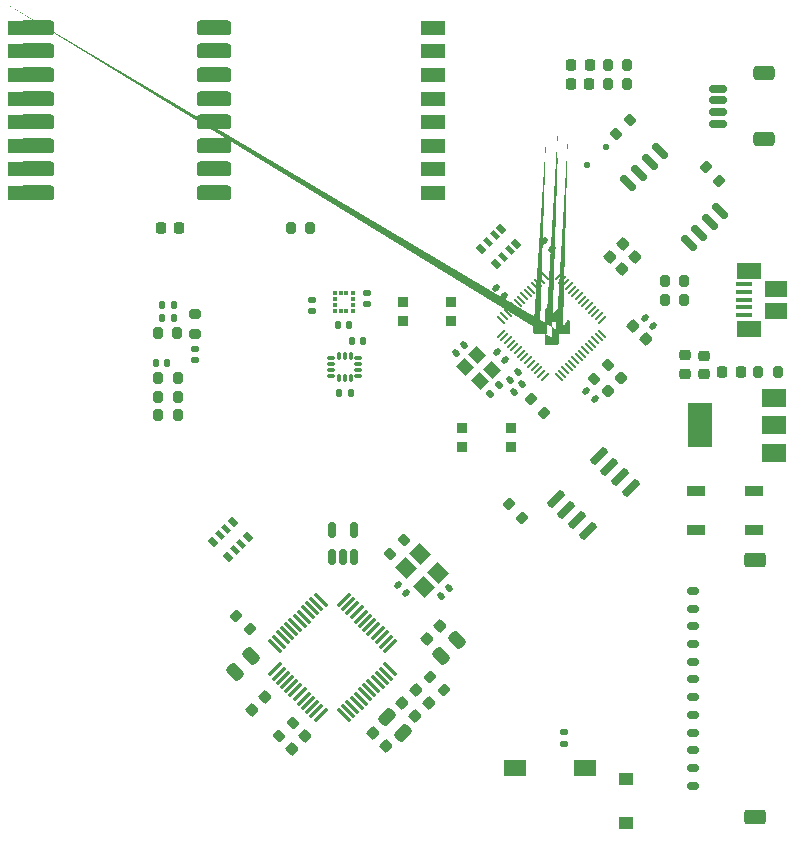
<source format=gbr>
%TF.GenerationSoftware,KiCad,Pcbnew,7.0.1*%
%TF.CreationDate,2023-07-16T00:33:22-07:00*%
%TF.ProjectId,flight_computer_dev_board_rfm98pw,666c6967-6874-45f6-936f-6d7075746572,rev?*%
%TF.SameCoordinates,Original*%
%TF.FileFunction,Paste,Top*%
%TF.FilePolarity,Positive*%
%FSLAX46Y46*%
G04 Gerber Fmt 4.6, Leading zero omitted, Abs format (unit mm)*
G04 Created by KiCad (PCBNEW 7.0.1) date 2023-07-16 00:33:22*
%MOMM*%
%LPD*%
G01*
G04 APERTURE LIST*
G04 Aperture macros list*
%AMRoundRect*
0 Rectangle with rounded corners*
0 $1 Rounding radius*
0 $2 $3 $4 $5 $6 $7 $8 $9 X,Y pos of 4 corners*
0 Add a 4 corners polygon primitive as box body*
4,1,4,$2,$3,$4,$5,$6,$7,$8,$9,$2,$3,0*
0 Add four circle primitives for the rounded corners*
1,1,$1+$1,$2,$3*
1,1,$1+$1,$4,$5*
1,1,$1+$1,$6,$7*
1,1,$1+$1,$8,$9*
0 Add four rect primitives between the rounded corners*
20,1,$1+$1,$2,$3,$4,$5,0*
20,1,$1+$1,$4,$5,$6,$7,0*
20,1,$1+$1,$6,$7,$8,$9,0*
20,1,$1+$1,$8,$9,$2,$3,0*%
%AMRotRect*
0 Rectangle, with rotation*
0 The origin of the aperture is its center*
0 $1 length*
0 $2 width*
0 $3 Rotation angle, in degrees counterclockwise*
0 Add horizontal line*
21,1,$1,$2,0,0,$3*%
%AMFreePoly0*
4,1,51,0.532219,0.614745,0.539696,0.609939,0.548496,0.608674,0.568109,0.591679,0.589937,0.577652,0.593629,0.569566,0.600348,0.563745,0.607658,0.538848,0.618438,0.515244,0.617172,0.506443,0.619677,0.497915,0.619677,-0.497915,0.614745,-0.532219,0.609939,-0.539696,0.608674,-0.548496,0.591679,-0.568109,0.577652,-0.589937,0.569566,-0.593629,0.563745,-0.600348,0.538848,-0.607658,
0.515244,-0.618438,0.506443,-0.617172,0.497915,-0.619677,-0.497915,-0.619677,-0.532219,-0.614745,-0.539696,-0.609939,-0.548496,-0.608674,-0.568109,-0.591679,-0.589937,-0.577652,-0.593629,-0.569566,-0.600348,-0.563745,-0.607658,-0.538848,-0.618438,-0.515244,-0.617172,-0.506443,-0.619677,-0.497915,-0.619677,0.397045,-0.616582,0.418565,-0.616895,0.422927,-0.615620,0.425261,-0.614745,0.431349,
-0.598456,0.456693,-0.584014,0.483144,-0.483144,0.584014,-0.465738,0.597042,-0.462875,0.600348,-0.460322,0.601097,-0.455399,0.604783,-0.425958,0.611187,-0.397045,0.619677,0.497915,0.619677,0.532219,0.614745,0.532219,0.614745,$1*%
%AMFreePoly1*
4,1,51,0.532219,0.614745,0.539696,0.609939,0.548496,0.608674,0.568109,0.591679,0.589937,0.577652,0.593629,0.569566,0.600348,0.563745,0.607658,0.538848,0.618438,0.515244,0.617172,0.506443,0.619677,0.497915,0.619677,-0.497915,0.614745,-0.532219,0.609939,-0.539696,0.608674,-0.548496,0.591679,-0.568109,0.577652,-0.589937,0.569566,-0.593629,0.563745,-0.600348,0.538848,-0.607658,
0.515244,-0.618438,0.506443,-0.617172,0.497915,-0.619677,-0.397045,-0.619677,-0.418563,-0.616583,-0.422927,-0.616895,-0.425261,-0.615620,-0.431349,-0.614745,-0.456693,-0.598456,-0.483144,-0.584014,-0.584014,-0.483144,-0.597044,-0.465737,-0.600348,-0.462875,-0.601097,-0.460323,-0.604783,-0.455400,-0.611187,-0.425956,-0.619677,-0.397045,-0.619677,0.497915,-0.614745,0.532219,-0.609939,0.539696,
-0.608674,0.548496,-0.591679,0.568109,-0.577652,0.589937,-0.569566,0.593629,-0.563745,0.600348,-0.538848,0.607658,-0.515244,0.618438,-0.506443,0.617172,-0.497915,0.619677,0.497915,0.619677,0.532219,0.614745,0.532219,0.614745,$1*%
%AMFreePoly2*
4,1,51,0.418565,0.616582,0.422927,0.616895,0.425261,0.615620,0.431349,0.614745,0.456693,0.598456,0.483144,0.584014,0.584014,0.483144,0.597042,0.465738,0.600348,0.462875,0.601097,0.460322,0.604783,0.455399,0.611187,0.425958,0.619677,0.397045,0.619677,-0.497915,0.614745,-0.532219,0.609939,-0.539696,0.608674,-0.548496,0.591679,-0.568109,0.577652,-0.589937,0.569566,-0.593629,
0.563745,-0.600348,0.538848,-0.607658,0.515244,-0.618438,0.506443,-0.617172,0.497915,-0.619677,-0.497915,-0.619677,-0.532219,-0.614745,-0.539696,-0.609939,-0.548496,-0.608674,-0.568109,-0.591679,-0.589937,-0.577652,-0.593629,-0.569566,-0.600348,-0.563745,-0.607658,-0.538848,-0.618438,-0.515244,-0.617172,-0.506443,-0.619677,-0.497915,-0.619677,0.497915,-0.614745,0.532219,-0.609939,0.539696,
-0.608674,0.548496,-0.591679,0.568109,-0.577652,0.589937,-0.569566,0.593629,-0.563745,0.600348,-0.538848,0.607658,-0.515244,0.618438,-0.506443,0.617172,-0.497915,0.619677,0.397045,0.619677,0.418565,0.616582,0.418565,0.616582,$1*%
%AMFreePoly3*
4,1,51,0.532219,0.614745,0.539696,0.609939,0.548496,0.608674,0.568109,0.591679,0.589937,0.577652,0.593629,0.569566,0.600348,0.563745,0.607658,0.538848,0.618438,0.515244,0.617172,0.506443,0.619677,0.497915,0.619677,-0.397045,0.616583,-0.418563,0.616895,-0.422927,0.615620,-0.425261,0.614745,-0.431349,0.598456,-0.456693,0.584014,-0.483144,0.483144,-0.584014,0.465737,-0.597044,
0.462875,-0.600348,0.460323,-0.601097,0.455400,-0.604783,0.425956,-0.611187,0.397045,-0.619677,-0.497915,-0.619677,-0.532219,-0.614745,-0.539696,-0.609939,-0.548496,-0.608674,-0.568109,-0.591679,-0.589937,-0.577652,-0.593629,-0.569566,-0.600348,-0.563745,-0.607658,-0.538848,-0.618438,-0.515244,-0.617172,-0.506443,-0.619677,-0.497915,-0.619677,0.497915,-0.614745,0.532219,-0.609939,0.539696,
-0.608674,0.548496,-0.591679,0.568109,-0.577652,0.589937,-0.569566,0.593629,-0.563745,0.600348,-0.538848,0.607658,-0.515244,0.618438,-0.506443,0.617172,-0.497915,0.619677,0.497915,0.619677,0.532219,0.614745,0.532219,0.614745,$1*%
G04 Aperture macros list end*
%ADD10RoundRect,0.218750X0.026517X-0.335876X0.335876X-0.026517X-0.026517X0.335876X-0.335876X0.026517X0*%
%ADD11RotRect,0.800000X0.500000X135.000000*%
%ADD12RotRect,0.800000X0.400000X135.000000*%
%ADD13RoundRect,0.140000X-0.021213X0.219203X-0.219203X0.021213X0.021213X-0.219203X0.219203X-0.021213X0*%
%ADD14RoundRect,0.225000X0.250000X-0.225000X0.250000X0.225000X-0.250000X0.225000X-0.250000X-0.225000X0*%
%ADD15RoundRect,0.200000X-0.200000X-0.275000X0.200000X-0.275000X0.200000X0.275000X-0.200000X0.275000X0*%
%ADD16RoundRect,0.140000X-0.140000X-0.170000X0.140000X-0.170000X0.140000X0.170000X-0.140000X0.170000X0*%
%ADD17RoundRect,0.135000X0.185000X-0.135000X0.185000X0.135000X-0.185000X0.135000X-0.185000X-0.135000X0*%
%ADD18RoundRect,0.225000X-0.250000X0.225000X-0.250000X-0.225000X0.250000X-0.225000X0.250000X0.225000X0*%
%ADD19RoundRect,0.200000X0.200000X0.275000X-0.200000X0.275000X-0.200000X-0.275000X0.200000X-0.275000X0*%
%ADD20R,2.000000X1.500000*%
%ADD21R,2.000000X3.800000*%
%ADD22RoundRect,0.250000X0.159099X-0.512652X0.512652X-0.159099X-0.159099X0.512652X-0.512652X0.159099X0*%
%ADD23RoundRect,0.140000X0.021213X-0.219203X0.219203X-0.021213X-0.021213X0.219203X-0.219203X0.021213X0*%
%ADD24RoundRect,0.250000X0.512652X0.159099X0.159099X0.512652X-0.512652X-0.159099X-0.159099X-0.512652X0*%
%ADD25RoundRect,0.218750X0.218750X0.256250X-0.218750X0.256250X-0.218750X-0.256250X0.218750X-0.256250X0*%
%ADD26RoundRect,0.200000X-0.335876X-0.053033X-0.053033X-0.335876X0.335876X0.053033X0.053033X0.335876X0*%
%ADD27RoundRect,0.218750X-0.218750X-0.256250X0.218750X-0.256250X0.218750X0.256250X-0.218750X0.256250X0*%
%ADD28RoundRect,0.225000X-0.017678X0.335876X-0.335876X0.017678X0.017678X-0.335876X0.335876X-0.017678X0*%
%ADD29R,0.900000X0.900000*%
%ADD30RoundRect,0.140000X-0.170000X0.140000X-0.170000X-0.140000X0.170000X-0.140000X0.170000X0.140000X0*%
%ADD31RoundRect,0.225000X0.017678X-0.335876X0.335876X-0.017678X-0.017678X0.335876X-0.335876X0.017678X0*%
%ADD32RotRect,1.400000X1.200000X315.000000*%
%ADD33RoundRect,0.135000X-0.035355X0.226274X-0.226274X0.035355X0.035355X-0.226274X0.226274X-0.035355X0*%
%ADD34RoundRect,0.225000X-0.335876X-0.017678X-0.017678X-0.335876X0.335876X0.017678X0.017678X0.335876X0*%
%ADD35RoundRect,0.200000X0.053033X-0.335876X0.335876X-0.053033X-0.053033X0.335876X-0.335876X0.053033X0*%
%ADD36RotRect,1.150000X1.000000X315.000000*%
%ADD37RoundRect,0.140000X0.219203X0.021213X0.021213X0.219203X-0.219203X-0.021213X-0.021213X-0.219203X0*%
%ADD38RoundRect,0.200000X0.335876X0.053033X0.053033X0.335876X-0.335876X-0.053033X-0.053033X-0.335876X0*%
%ADD39R,2.000000X1.300000*%
%ADD40RoundRect,0.200000X-0.275000X0.200000X-0.275000X-0.200000X0.275000X-0.200000X0.275000X0.200000X0*%
%ADD41RoundRect,0.150000X0.150000X-0.512500X0.150000X0.512500X-0.150000X0.512500X-0.150000X-0.512500X0*%
%ADD42RoundRect,0.125000X-0.125000X-0.125000X0.125000X-0.125000X0.125000X0.125000X-0.125000X0.125000X0*%
%ADD43RoundRect,0.087500X-0.225000X-0.087500X0.225000X-0.087500X0.225000X0.087500X-0.225000X0.087500X0*%
%ADD44RoundRect,0.087500X-0.087500X-0.225000X0.087500X-0.225000X0.087500X0.225000X-0.087500X0.225000X0*%
%ADD45RoundRect,0.150000X-0.565685X0.353553X0.353553X-0.565685X0.565685X-0.353553X-0.353553X0.565685X0*%
%ADD46RoundRect,0.140000X-0.219203X-0.021213X-0.021213X-0.219203X0.219203X0.021213X0.021213X0.219203X0*%
%ADD47R,1.500000X0.900000*%
%ADD48RoundRect,0.125000X0.000000X-0.176777X0.176777X0.000000X0.000000X0.176777X-0.176777X0.000000X0*%
%ADD49R,0.850000X1.100000*%
%ADD50R,0.750000X1.100000*%
%ADD51R,1.200000X1.000000*%
%ADD52R,1.550000X1.350000*%
%ADD53R,1.900000X1.350000*%
%ADD54R,1.170000X1.800000*%
%ADD55RoundRect,0.150000X0.625000X-0.150000X0.625000X0.150000X-0.625000X0.150000X-0.625000X-0.150000X0*%
%ADD56RoundRect,0.250000X0.650000X-0.350000X0.650000X0.350000X-0.650000X0.350000X-0.650000X-0.350000X0*%
%ADD57FreePoly0,315.000000*%
%ADD58FreePoly1,315.000000*%
%ADD59FreePoly2,315.000000*%
%ADD60FreePoly3,315.000000*%
%ADD61RoundRect,0.050000X-0.309359X0.238649X0.238649X-0.309359X0.309359X-0.238649X-0.238649X0.309359X0*%
%ADD62RoundRect,0.050000X-0.309359X-0.238649X-0.238649X-0.309359X0.309359X0.238649X0.238649X0.309359X0*%
%ADD63RoundRect,0.317500X1.157500X0.317500X-1.157500X0.317500X-1.157500X-0.317500X1.157500X-0.317500X0*%
%ADD64R,0.375000X0.350000*%
%ADD65R,0.350000X0.375000*%
%ADD66RoundRect,0.225000X0.225000X0.250000X-0.225000X0.250000X-0.225000X-0.250000X0.225000X-0.250000X0*%
%ADD67RoundRect,0.150000X0.350000X-0.150000X0.350000X0.150000X-0.350000X0.150000X-0.350000X-0.150000X0*%
%ADD68RoundRect,0.250000X0.650000X-0.375000X0.650000X0.375000X-0.650000X0.375000X-0.650000X-0.375000X0*%
%ADD69RoundRect,0.150000X0.406586X0.618718X-0.618718X-0.406586X-0.406586X-0.618718X0.618718X0.406586X0*%
%ADD70RoundRect,0.200000X-0.053033X0.335876X-0.335876X0.053033X0.053033X-0.335876X0.335876X-0.053033X0*%
%ADD71RoundRect,0.225000X0.335876X0.017678X0.017678X0.335876X-0.335876X-0.017678X-0.017678X-0.335876X0*%
%ADD72R,1.380000X0.450000*%
%ADD73R,2.100000X1.475000*%
%ADD74R,1.900000X1.375000*%
%ADD75RoundRect,0.075000X-0.415425X-0.521491X0.521491X0.415425X0.415425X0.521491X-0.521491X-0.415425X0*%
%ADD76RoundRect,0.075000X0.415425X-0.521491X0.521491X-0.415425X-0.415425X0.521491X-0.521491X0.415425X0*%
G04 APERTURE END LIST*
D10*
%TO.C,D5*%
X210684189Y-90795812D03*
X211797883Y-89682118D03*
%TD*%
D11*
%TO.C,R22*%
X178537868Y-104804924D03*
D12*
X179103553Y-104239239D03*
X179669239Y-103673553D03*
D11*
X180234924Y-103107868D03*
X178962132Y-101835076D03*
D12*
X178396447Y-102400761D03*
X177830761Y-102966447D03*
D11*
X177265076Y-103532132D03*
%TD*%
D13*
%TO.C,C11*%
X203079411Y-89110589D03*
X202400589Y-89789411D03*
%TD*%
D14*
%TO.C,C13*%
X217210000Y-89295000D03*
X217210000Y-87745000D03*
%TD*%
D15*
%TO.C,R7*%
X215520000Y-81480000D03*
X217170000Y-81480000D03*
%TD*%
D16*
%TO.C,C17*%
X172430000Y-88410000D03*
X173390000Y-88410000D03*
%TD*%
D17*
%TO.C,R15*%
X206960000Y-120650000D03*
X206960000Y-119630000D03*
%TD*%
D18*
%TO.C,C16*%
X152910000Y-60185000D03*
X152910000Y-61735000D03*
%TD*%
D19*
%TO.C,R18*%
X174255000Y-85830000D03*
X172605000Y-85830000D03*
%TD*%
D20*
%TO.C,IC2*%
X224780000Y-95970000D03*
X224780000Y-93670000D03*
X224780000Y-91370000D03*
D21*
X218480000Y-93670000D03*
%TD*%
D22*
%TO.C,C24*%
X179108249Y-114571751D03*
X180451751Y-113228249D03*
%TD*%
D23*
%TO.C,C4*%
X202780589Y-90849411D03*
X203459411Y-90170589D03*
%TD*%
D24*
%TO.C,C25*%
X193341751Y-119711751D03*
X191998249Y-118368249D03*
%TD*%
D25*
%TO.C,D1*%
X209157500Y-63130000D03*
X207582500Y-63130000D03*
%TD*%
D11*
%TO.C,R6*%
X201245736Y-79979848D03*
D12*
X201811421Y-79414163D03*
X202377107Y-78848477D03*
D11*
X202942792Y-78282792D03*
X201670000Y-77010000D03*
D12*
X201104315Y-77575685D03*
X200538629Y-78141371D03*
D11*
X199972944Y-78707056D03*
%TD*%
D26*
%TO.C,FB1*%
X195676637Y-114936637D03*
X196843363Y-116103363D03*
%TD*%
D14*
%TO.C,C12*%
X218810000Y-89315000D03*
X218810000Y-87765000D03*
%TD*%
D27*
%TO.C,D3*%
X220382500Y-89190000D03*
X221957500Y-89190000D03*
%TD*%
D28*
%TO.C,C20*%
X185068008Y-119961992D03*
X183971992Y-121058008D03*
%TD*%
D16*
%TO.C,C18*%
X172970000Y-84560000D03*
X173930000Y-84560000D03*
%TD*%
D29*
%TO.C,SW2*%
X202480000Y-93910000D03*
X198380000Y-93910000D03*
X202480000Y-95510000D03*
X198380000Y-95510000D03*
%TD*%
D16*
%TO.C,C32*%
X189040000Y-86550000D03*
X190000000Y-86550000D03*
%TD*%
%TO.C,C19*%
X172980000Y-83480000D03*
X173940000Y-83480000D03*
%TD*%
D30*
%TO.C,C34*%
X190300000Y-82430000D03*
X190300000Y-83390000D03*
%TD*%
D19*
%TO.C,L1*%
X156065000Y-60190000D03*
X154415000Y-60190000D03*
%TD*%
D31*
%TO.C,C3*%
X210853984Y-79396016D03*
X211950000Y-78300000D03*
%TD*%
D32*
%TO.C,Y2*%
X193601142Y-105773223D03*
X195156777Y-107328858D03*
X196358858Y-106126777D03*
X194803223Y-104571142D03*
%TD*%
D33*
%TO.C,R2*%
X201460624Y-90269376D03*
X200739376Y-90990624D03*
%TD*%
D19*
%TO.C,R17*%
X174295000Y-89690000D03*
X172645000Y-89690000D03*
%TD*%
D34*
%TO.C,C22*%
X190801992Y-119721992D03*
X191898008Y-120818008D03*
%TD*%
D35*
%TO.C,R21*%
X192256637Y-104563363D03*
X193423363Y-103396637D03*
%TD*%
D36*
%TO.C,Y1*%
X198642614Y-88692512D03*
X199880051Y-89929949D03*
X200870000Y-88940000D03*
X199632563Y-87702563D03*
%TD*%
D31*
%TO.C,C8*%
X211931992Y-80468008D03*
X213028008Y-79371992D03*
%TD*%
D37*
%TO.C,C10*%
X201909411Y-82689411D03*
X201230589Y-82010589D03*
%TD*%
D18*
%TO.C,C15*%
X157560000Y-60175000D03*
X157560000Y-61725000D03*
%TD*%
D22*
%TO.C,C27*%
X196578249Y-113161751D03*
X197921751Y-111818249D03*
%TD*%
D38*
%TO.C,R12*%
X220143363Y-72943363D03*
X218976637Y-71776637D03*
%TD*%
D19*
%TO.C,R14*%
X174275000Y-92770000D03*
X172625000Y-92770000D03*
%TD*%
D39*
%TO.C,U4*%
X160910000Y-60001499D03*
X160910000Y-62001499D03*
X160910000Y-64001499D03*
X160910000Y-66001499D03*
X160910000Y-68001499D03*
X160910000Y-70001499D03*
X160910000Y-72001499D03*
X160910000Y-74001499D03*
X195910000Y-74001499D03*
X195910000Y-72001499D03*
X195910000Y-70001499D03*
X195910000Y-68001499D03*
X195910000Y-66001499D03*
X195910000Y-64001499D03*
X195910000Y-62001499D03*
X195910000Y-60001499D03*
%TD*%
D40*
%TO.C,R19*%
X175730000Y-84275000D03*
X175730000Y-85925000D03*
%TD*%
D41*
%TO.C,U1*%
X187320000Y-104777500D03*
X188270000Y-104777500D03*
X189220000Y-104777500D03*
X189220000Y-102502500D03*
X187320000Y-102502500D03*
%TD*%
D15*
%TO.C,R4*%
X210685000Y-63130000D03*
X212335000Y-63130000D03*
%TD*%
D35*
%TO.C,R20*%
X182866637Y-120003363D03*
X184033363Y-118836637D03*
%TD*%
D42*
%TO.C,D6*%
X221130000Y-129570000D03*
X223330000Y-129570000D03*
%TD*%
D43*
%TO.C,U7*%
X187257500Y-87970000D03*
X187257500Y-88470000D03*
X187257500Y-88970000D03*
X187257500Y-89470000D03*
D44*
X187920000Y-89632500D03*
X188420000Y-89632500D03*
X188920000Y-89632500D03*
D43*
X189582500Y-89470000D03*
X189582500Y-88970000D03*
X189582500Y-88470000D03*
X189582500Y-87970000D03*
D44*
X188920000Y-87807500D03*
X188420000Y-87807500D03*
X187920000Y-87807500D03*
%TD*%
D13*
%TO.C,C2*%
X198499411Y-86870589D03*
X197820589Y-87549411D03*
%TD*%
D31*
%TO.C,C28*%
X195421992Y-111748008D03*
X196518008Y-110651992D03*
%TD*%
D34*
%TO.C,C6*%
X212811992Y-85251992D03*
X213908008Y-86348008D03*
%TD*%
D37*
%TO.C,C9*%
X205989411Y-78729411D03*
X205310589Y-78050589D03*
%TD*%
D45*
%TO.C,U6*%
X215131454Y-70467377D03*
X214233428Y-71365403D03*
X213335403Y-72263428D03*
X212437377Y-73161454D03*
X217528546Y-78252623D03*
X218426572Y-77354597D03*
X219324597Y-76456572D03*
X220222623Y-75558546D03*
%TD*%
D25*
%TO.C,D2*%
X209137500Y-64730000D03*
X207562500Y-64730000D03*
%TD*%
D26*
%TO.C,FB2*%
X179196637Y-109776637D03*
X180363363Y-110943363D03*
%TD*%
D46*
%TO.C,C7*%
X208890589Y-90770589D03*
X209569411Y-91449411D03*
%TD*%
D15*
%TO.C,R8*%
X215525000Y-83070000D03*
X217175000Y-83070000D03*
%TD*%
D47*
%TO.C,LED1*%
X218160000Y-99190000D03*
X218160000Y-102490000D03*
X223060000Y-102490000D03*
X223060000Y-99190000D03*
%TD*%
D42*
%TO.C,D7*%
X221160000Y-132720000D03*
X223360000Y-132720000D03*
%TD*%
D35*
%TO.C,R11*%
X209546637Y-89703363D03*
X210713363Y-88536637D03*
%TD*%
D46*
%TO.C,C1*%
X201330589Y-87440589D03*
X202009411Y-88119411D03*
%TD*%
D48*
%TO.C,D4*%
X208964683Y-71637817D03*
X210520317Y-70082183D03*
%TD*%
D15*
%TO.C,R3*%
X210685000Y-64750000D03*
X212335000Y-64750000D03*
%TD*%
D49*
%TO.C,J4*%
X209635000Y-133480000D03*
X208535000Y-133480000D03*
X207435000Y-133480000D03*
X206335000Y-133480000D03*
X205235000Y-133480000D03*
X204135000Y-133480000D03*
X203035000Y-133480000D03*
D50*
X201985000Y-133480000D03*
D51*
X212270000Y-127330000D03*
X212270000Y-123630000D03*
D52*
X212095000Y-133355000D03*
D53*
X208770000Y-122655000D03*
X202800000Y-122655000D03*
D54*
X200775000Y-133130000D03*
%TD*%
D38*
%TO.C,R1*%
X205323363Y-92633363D03*
X204156637Y-91466637D03*
%TD*%
D55*
%TO.C,J7*%
X220050000Y-68150000D03*
X220050000Y-67150000D03*
X220050000Y-66150000D03*
X220050000Y-65150000D03*
D56*
X223925000Y-69450000D03*
X223925000Y-63850000D03*
%TD*%
D28*
%TO.C,C21*%
X181678008Y-116701992D03*
X180581992Y-117798008D03*
%TD*%
D34*
%TO.C,C23*%
X193311992Y-117171992D03*
X194408008Y-118268008D03*
%TD*%
D57*
%TO.C,IC1*%
X205930000Y-84355406D03*
D58*
X204975406Y-85310000D03*
D59*
X206884594Y-85310000D03*
D60*
X205930000Y-86264594D03*
D61*
X205337798Y-81040843D03*
X205054955Y-81323686D03*
X204772113Y-81606528D03*
X204489270Y-81889371D03*
X204206427Y-82172214D03*
X203923585Y-82455056D03*
X203640742Y-82737899D03*
X203357899Y-83020742D03*
X203075056Y-83303585D03*
X202792214Y-83586427D03*
X202509371Y-83869270D03*
X202226528Y-84152113D03*
X201943686Y-84434955D03*
X201660843Y-84717798D03*
D62*
X201660843Y-85902202D03*
X201943686Y-86185045D03*
X202226528Y-86467887D03*
X202509371Y-86750730D03*
X202792214Y-87033573D03*
X203075056Y-87316415D03*
X203357899Y-87599258D03*
X203640742Y-87882101D03*
X203923585Y-88164944D03*
X204206427Y-88447786D03*
X204489270Y-88730629D03*
X204772113Y-89013472D03*
X205054955Y-89296314D03*
X205337798Y-89579157D03*
D61*
X206522202Y-89579157D03*
X206805045Y-89296314D03*
X207087887Y-89013472D03*
X207370730Y-88730629D03*
X207653573Y-88447786D03*
X207936415Y-88164944D03*
X208219258Y-87882101D03*
X208502101Y-87599258D03*
X208784944Y-87316415D03*
X209067786Y-87033573D03*
X209350629Y-86750730D03*
X209633472Y-86467887D03*
X209916314Y-86185045D03*
X210199157Y-85902202D03*
D62*
X210199157Y-84717798D03*
X209916314Y-84434955D03*
X209633472Y-84152113D03*
X209350629Y-83869270D03*
X209067786Y-83586427D03*
X208784944Y-83303585D03*
X208502101Y-83020742D03*
X208219258Y-82737899D03*
X207936415Y-82455056D03*
X207653573Y-82172214D03*
X207370730Y-81889371D03*
X207087887Y-81606528D03*
X206805045Y-81323686D03*
X206522202Y-81040843D03*
%TD*%
D16*
%TO.C,C31*%
X187860000Y-85190000D03*
X188820000Y-85190000D03*
%TD*%
D63*
%TO.C,U5*%
X177385000Y-74000000D03*
X177385000Y-72000000D03*
X177385000Y-70000000D03*
X177385000Y-68000000D03*
X177385000Y-66000000D03*
X177385000Y-64000000D03*
X177385000Y-62000000D03*
X177385000Y-60000000D03*
X162335000Y-60000000D03*
X162335000Y-62000000D03*
X162335000Y-64000000D03*
X162335000Y-66000000D03*
X162335000Y-68000000D03*
X162335000Y-70000000D03*
X162335000Y-72000000D03*
X162335000Y-74000000D03*
%TD*%
D37*
%TO.C,C5*%
X214538822Y-85218822D03*
X213860000Y-84540000D03*
%TD*%
D19*
%TO.C,R16*%
X174285000Y-91230000D03*
X172635000Y-91230000D03*
%TD*%
D64*
%TO.C,U8*%
X187557500Y-82470000D03*
X187557500Y-82970000D03*
X187557500Y-83470000D03*
X187557500Y-83970000D03*
D65*
X188070000Y-83982500D03*
X188570000Y-83982500D03*
D64*
X189082500Y-83970000D03*
X189082500Y-83470000D03*
X189082500Y-82970000D03*
X189082500Y-82470000D03*
D65*
X188570000Y-82457500D03*
X188070000Y-82457500D03*
%TD*%
D29*
%TO.C,SW1*%
X197450000Y-83260000D03*
X193350000Y-83260000D03*
X197450000Y-84860000D03*
X193350000Y-84860000D03*
%TD*%
D30*
%TO.C,C36*%
X175750000Y-87200000D03*
X175750000Y-88160000D03*
%TD*%
D46*
%TO.C,C29*%
X192910589Y-107160589D03*
X193589411Y-107839411D03*
%TD*%
D66*
%TO.C,C14*%
X174405000Y-76950000D03*
X172855000Y-76950000D03*
%TD*%
D67*
%TO.C,J2*%
X217950000Y-124180000D03*
X217950000Y-122680000D03*
X217950000Y-121180000D03*
X217950000Y-119680000D03*
X217950000Y-118180000D03*
X217950000Y-116680000D03*
X217950000Y-115180000D03*
X217950000Y-113680000D03*
X217950000Y-112180000D03*
X217950000Y-110680000D03*
X217950000Y-109180000D03*
X217950000Y-107680000D03*
D68*
X223140000Y-126785000D03*
X223140000Y-105075000D03*
%TD*%
D30*
%TO.C,C33*%
X185690000Y-83040000D03*
X185690000Y-84000000D03*
%TD*%
D26*
%TO.C,R5*%
X202296637Y-100356637D03*
X203463363Y-101523363D03*
%TD*%
D69*
%TO.C,U3*%
X212627838Y-98956238D03*
X211729813Y-98058213D03*
X210831787Y-97160187D03*
X209933762Y-96262162D03*
X206292162Y-99903762D03*
X207190187Y-100801787D03*
X208088213Y-101699813D03*
X208986238Y-102597838D03*
%TD*%
D70*
%TO.C,R10*%
X212553363Y-67806637D03*
X211386637Y-68973363D03*
%TD*%
D71*
%TO.C,C26*%
X195528008Y-117148008D03*
X194431992Y-116051992D03*
%TD*%
D13*
%TO.C,C30*%
X197249411Y-107470589D03*
X196570589Y-108149411D03*
%TD*%
D72*
%TO.C,J8*%
X222260000Y-81720000D03*
X222260000Y-82370000D03*
X222260000Y-83020000D03*
X222260000Y-83670000D03*
X222260000Y-84320000D03*
D73*
X222620000Y-85482500D03*
D74*
X224920000Y-83957500D03*
X224920000Y-82082500D03*
D73*
X222620000Y-80557500D03*
%TD*%
D19*
%TO.C,R13*%
X185495000Y-76970000D03*
X183845000Y-76970000D03*
%TD*%
D75*
%TO.C,U2*%
X182484248Y-114327576D03*
X182837802Y-114681130D03*
X183191355Y-115034683D03*
X183544909Y-115388237D03*
X183898462Y-115741790D03*
X184252015Y-116095343D03*
X184605569Y-116448897D03*
X184959122Y-116802450D03*
X185312675Y-117156003D03*
X185666229Y-117509557D03*
X186019782Y-117863110D03*
X186373336Y-118216664D03*
D76*
X188370912Y-118216664D03*
X188724466Y-117863110D03*
X189078019Y-117509557D03*
X189431573Y-117156003D03*
X189785126Y-116802450D03*
X190138679Y-116448897D03*
X190492233Y-116095343D03*
X190845786Y-115741790D03*
X191199339Y-115388237D03*
X191552893Y-115034683D03*
X191906446Y-114681130D03*
X192260000Y-114327576D03*
D75*
X192260000Y-112330000D03*
X191906446Y-111976446D03*
X191552893Y-111622893D03*
X191199339Y-111269339D03*
X190845786Y-110915786D03*
X190492233Y-110562233D03*
X190138679Y-110208679D03*
X189785126Y-109855126D03*
X189431573Y-109501573D03*
X189078019Y-109148019D03*
X188724466Y-108794466D03*
X188370912Y-108440912D03*
D76*
X186373336Y-108440912D03*
X186019782Y-108794466D03*
X185666229Y-109148019D03*
X185312675Y-109501573D03*
X184959122Y-109855126D03*
X184605569Y-110208679D03*
X184252015Y-110562233D03*
X183898462Y-110915786D03*
X183544909Y-111269339D03*
X183191355Y-111622893D03*
X182837802Y-111976446D03*
X182484248Y-112330000D03*
%TD*%
D16*
%TO.C,C35*%
X187970000Y-90950000D03*
X188930000Y-90950000D03*
%TD*%
D19*
%TO.C,R9*%
X225065000Y-89180000D03*
X223415000Y-89180000D03*
%TD*%
M02*

</source>
